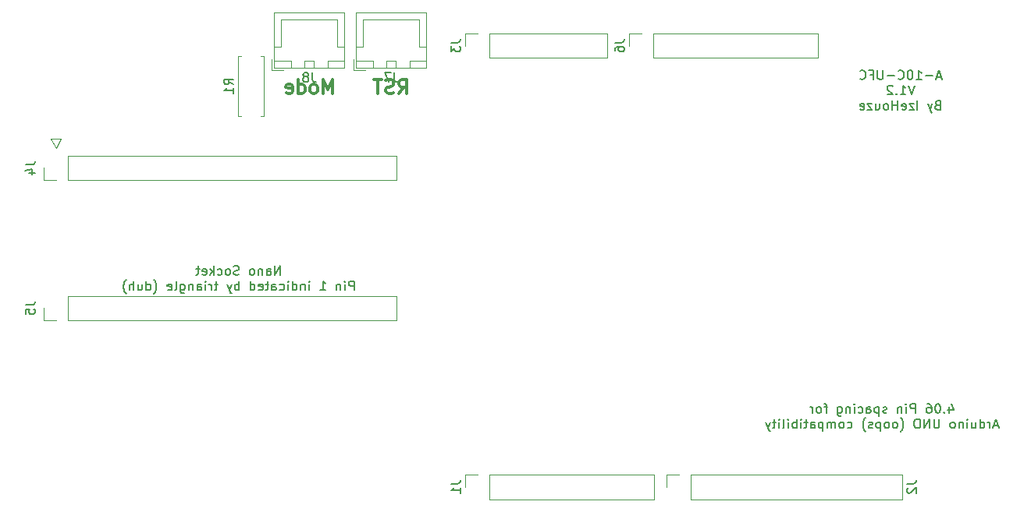
<source format=gbr>
G04 #@! TF.GenerationSoftware,KiCad,Pcbnew,(5.1.4)-1*
G04 #@! TF.CreationDate,2019-08-18T12:41:48-04:00*
G04 #@! TF.ProjectId,A-10C-UFC,412d3130-432d-4554-9643-2e6b69636164,1.2*
G04 #@! TF.SameCoordinates,Original*
G04 #@! TF.FileFunction,Legend,Bot*
G04 #@! TF.FilePolarity,Positive*
%FSLAX46Y46*%
G04 Gerber Fmt 4.6, Leading zero omitted, Abs format (unit mm)*
G04 Created by KiCad (PCBNEW (5.1.4)-1) date 2019-08-18 12:41:48*
%MOMM*%
%LPD*%
G04 APERTURE LIST*
%ADD10C,0.150000*%
%ADD11C,0.120000*%
%ADD12C,0.300000*%
G04 APERTURE END LIST*
D10*
X232795200Y-92032580D02*
X232795200Y-91032580D01*
X232223771Y-92032580D01*
X232223771Y-91032580D01*
X231319009Y-92032580D02*
X231319009Y-91508771D01*
X231366628Y-91413533D01*
X231461866Y-91365914D01*
X231652342Y-91365914D01*
X231747580Y-91413533D01*
X231319009Y-91984961D02*
X231414247Y-92032580D01*
X231652342Y-92032580D01*
X231747580Y-91984961D01*
X231795200Y-91889723D01*
X231795200Y-91794485D01*
X231747580Y-91699247D01*
X231652342Y-91651628D01*
X231414247Y-91651628D01*
X231319009Y-91604009D01*
X230842819Y-91365914D02*
X230842819Y-92032580D01*
X230842819Y-91461152D02*
X230795200Y-91413533D01*
X230699961Y-91365914D01*
X230557104Y-91365914D01*
X230461866Y-91413533D01*
X230414247Y-91508771D01*
X230414247Y-92032580D01*
X229795200Y-92032580D02*
X229890438Y-91984961D01*
X229938057Y-91937342D01*
X229985676Y-91842104D01*
X229985676Y-91556390D01*
X229938057Y-91461152D01*
X229890438Y-91413533D01*
X229795200Y-91365914D01*
X229652342Y-91365914D01*
X229557104Y-91413533D01*
X229509485Y-91461152D01*
X229461866Y-91556390D01*
X229461866Y-91842104D01*
X229509485Y-91937342D01*
X229557104Y-91984961D01*
X229652342Y-92032580D01*
X229795200Y-92032580D01*
X228319009Y-91984961D02*
X228176152Y-92032580D01*
X227938057Y-92032580D01*
X227842819Y-91984961D01*
X227795200Y-91937342D01*
X227747580Y-91842104D01*
X227747580Y-91746866D01*
X227795200Y-91651628D01*
X227842819Y-91604009D01*
X227938057Y-91556390D01*
X228128533Y-91508771D01*
X228223771Y-91461152D01*
X228271390Y-91413533D01*
X228319009Y-91318295D01*
X228319009Y-91223057D01*
X228271390Y-91127819D01*
X228223771Y-91080200D01*
X228128533Y-91032580D01*
X227890438Y-91032580D01*
X227747580Y-91080200D01*
X227176152Y-92032580D02*
X227271390Y-91984961D01*
X227319009Y-91937342D01*
X227366628Y-91842104D01*
X227366628Y-91556390D01*
X227319009Y-91461152D01*
X227271390Y-91413533D01*
X227176152Y-91365914D01*
X227033295Y-91365914D01*
X226938057Y-91413533D01*
X226890438Y-91461152D01*
X226842819Y-91556390D01*
X226842819Y-91842104D01*
X226890438Y-91937342D01*
X226938057Y-91984961D01*
X227033295Y-92032580D01*
X227176152Y-92032580D01*
X225985676Y-91984961D02*
X226080914Y-92032580D01*
X226271390Y-92032580D01*
X226366628Y-91984961D01*
X226414247Y-91937342D01*
X226461866Y-91842104D01*
X226461866Y-91556390D01*
X226414247Y-91461152D01*
X226366628Y-91413533D01*
X226271390Y-91365914D01*
X226080914Y-91365914D01*
X225985676Y-91413533D01*
X225557104Y-92032580D02*
X225557104Y-91032580D01*
X225461866Y-91651628D02*
X225176152Y-92032580D01*
X225176152Y-91365914D02*
X225557104Y-91746866D01*
X224366628Y-91984961D02*
X224461866Y-92032580D01*
X224652342Y-92032580D01*
X224747580Y-91984961D01*
X224795200Y-91889723D01*
X224795200Y-91508771D01*
X224747580Y-91413533D01*
X224652342Y-91365914D01*
X224461866Y-91365914D01*
X224366628Y-91413533D01*
X224319009Y-91508771D01*
X224319009Y-91604009D01*
X224795200Y-91699247D01*
X224033295Y-91365914D02*
X223652342Y-91365914D01*
X223890438Y-91032580D02*
X223890438Y-91889723D01*
X223842819Y-91984961D01*
X223747580Y-92032580D01*
X223652342Y-92032580D01*
X240795200Y-93682580D02*
X240795200Y-92682580D01*
X240414247Y-92682580D01*
X240319009Y-92730200D01*
X240271390Y-92777819D01*
X240223771Y-92873057D01*
X240223771Y-93015914D01*
X240271390Y-93111152D01*
X240319009Y-93158771D01*
X240414247Y-93206390D01*
X240795200Y-93206390D01*
X239795200Y-93682580D02*
X239795200Y-93015914D01*
X239795200Y-92682580D02*
X239842819Y-92730200D01*
X239795200Y-92777819D01*
X239747580Y-92730200D01*
X239795200Y-92682580D01*
X239795200Y-92777819D01*
X239319009Y-93015914D02*
X239319009Y-93682580D01*
X239319009Y-93111152D02*
X239271390Y-93063533D01*
X239176152Y-93015914D01*
X239033295Y-93015914D01*
X238938057Y-93063533D01*
X238890438Y-93158771D01*
X238890438Y-93682580D01*
X237128533Y-93682580D02*
X237699961Y-93682580D01*
X237414247Y-93682580D02*
X237414247Y-92682580D01*
X237509485Y-92825438D01*
X237604723Y-92920676D01*
X237699961Y-92968295D01*
X235938057Y-93682580D02*
X235938057Y-93015914D01*
X235938057Y-92682580D02*
X235985676Y-92730200D01*
X235938057Y-92777819D01*
X235890438Y-92730200D01*
X235938057Y-92682580D01*
X235938057Y-92777819D01*
X235461866Y-93015914D02*
X235461866Y-93682580D01*
X235461866Y-93111152D02*
X235414247Y-93063533D01*
X235319009Y-93015914D01*
X235176152Y-93015914D01*
X235080914Y-93063533D01*
X235033295Y-93158771D01*
X235033295Y-93682580D01*
X234128533Y-93682580D02*
X234128533Y-92682580D01*
X234128533Y-93634961D02*
X234223771Y-93682580D01*
X234414247Y-93682580D01*
X234509485Y-93634961D01*
X234557104Y-93587342D01*
X234604723Y-93492104D01*
X234604723Y-93206390D01*
X234557104Y-93111152D01*
X234509485Y-93063533D01*
X234414247Y-93015914D01*
X234223771Y-93015914D01*
X234128533Y-93063533D01*
X233652342Y-93682580D02*
X233652342Y-93015914D01*
X233652342Y-92682580D02*
X233699961Y-92730200D01*
X233652342Y-92777819D01*
X233604723Y-92730200D01*
X233652342Y-92682580D01*
X233652342Y-92777819D01*
X232747580Y-93634961D02*
X232842819Y-93682580D01*
X233033295Y-93682580D01*
X233128533Y-93634961D01*
X233176152Y-93587342D01*
X233223771Y-93492104D01*
X233223771Y-93206390D01*
X233176152Y-93111152D01*
X233128533Y-93063533D01*
X233033295Y-93015914D01*
X232842819Y-93015914D01*
X232747580Y-93063533D01*
X231890438Y-93682580D02*
X231890438Y-93158771D01*
X231938057Y-93063533D01*
X232033295Y-93015914D01*
X232223771Y-93015914D01*
X232319009Y-93063533D01*
X231890438Y-93634961D02*
X231985676Y-93682580D01*
X232223771Y-93682580D01*
X232319009Y-93634961D01*
X232366628Y-93539723D01*
X232366628Y-93444485D01*
X232319009Y-93349247D01*
X232223771Y-93301628D01*
X231985676Y-93301628D01*
X231890438Y-93254009D01*
X231557104Y-93015914D02*
X231176152Y-93015914D01*
X231414247Y-92682580D02*
X231414247Y-93539723D01*
X231366628Y-93634961D01*
X231271390Y-93682580D01*
X231176152Y-93682580D01*
X230461866Y-93634961D02*
X230557104Y-93682580D01*
X230747580Y-93682580D01*
X230842819Y-93634961D01*
X230890438Y-93539723D01*
X230890438Y-93158771D01*
X230842819Y-93063533D01*
X230747580Y-93015914D01*
X230557104Y-93015914D01*
X230461866Y-93063533D01*
X230414247Y-93158771D01*
X230414247Y-93254009D01*
X230890438Y-93349247D01*
X229557104Y-93682580D02*
X229557104Y-92682580D01*
X229557104Y-93634961D02*
X229652342Y-93682580D01*
X229842819Y-93682580D01*
X229938057Y-93634961D01*
X229985676Y-93587342D01*
X230033295Y-93492104D01*
X230033295Y-93206390D01*
X229985676Y-93111152D01*
X229938057Y-93063533D01*
X229842819Y-93015914D01*
X229652342Y-93015914D01*
X229557104Y-93063533D01*
X228319009Y-93682580D02*
X228319009Y-92682580D01*
X228319009Y-93063533D02*
X228223771Y-93015914D01*
X228033295Y-93015914D01*
X227938057Y-93063533D01*
X227890438Y-93111152D01*
X227842819Y-93206390D01*
X227842819Y-93492104D01*
X227890438Y-93587342D01*
X227938057Y-93634961D01*
X228033295Y-93682580D01*
X228223771Y-93682580D01*
X228319009Y-93634961D01*
X227509485Y-93015914D02*
X227271390Y-93682580D01*
X227033295Y-93015914D02*
X227271390Y-93682580D01*
X227366628Y-93920676D01*
X227414247Y-93968295D01*
X227509485Y-94015914D01*
X226033295Y-93015914D02*
X225652342Y-93015914D01*
X225890438Y-92682580D02*
X225890438Y-93539723D01*
X225842819Y-93634961D01*
X225747580Y-93682580D01*
X225652342Y-93682580D01*
X225319009Y-93682580D02*
X225319009Y-93015914D01*
X225319009Y-93206390D02*
X225271390Y-93111152D01*
X225223771Y-93063533D01*
X225128533Y-93015914D01*
X225033295Y-93015914D01*
X224699961Y-93682580D02*
X224699961Y-93015914D01*
X224699961Y-92682580D02*
X224747580Y-92730200D01*
X224699961Y-92777819D01*
X224652342Y-92730200D01*
X224699961Y-92682580D01*
X224699961Y-92777819D01*
X223795200Y-93682580D02*
X223795200Y-93158771D01*
X223842819Y-93063533D01*
X223938057Y-93015914D01*
X224128533Y-93015914D01*
X224223771Y-93063533D01*
X223795200Y-93634961D02*
X223890438Y-93682580D01*
X224128533Y-93682580D01*
X224223771Y-93634961D01*
X224271390Y-93539723D01*
X224271390Y-93444485D01*
X224223771Y-93349247D01*
X224128533Y-93301628D01*
X223890438Y-93301628D01*
X223795200Y-93254009D01*
X223319009Y-93015914D02*
X223319009Y-93682580D01*
X223319009Y-93111152D02*
X223271390Y-93063533D01*
X223176152Y-93015914D01*
X223033295Y-93015914D01*
X222938057Y-93063533D01*
X222890438Y-93158771D01*
X222890438Y-93682580D01*
X221985676Y-93015914D02*
X221985676Y-93825438D01*
X222033295Y-93920676D01*
X222080914Y-93968295D01*
X222176152Y-94015914D01*
X222319009Y-94015914D01*
X222414247Y-93968295D01*
X221985676Y-93634961D02*
X222080914Y-93682580D01*
X222271390Y-93682580D01*
X222366628Y-93634961D01*
X222414247Y-93587342D01*
X222461866Y-93492104D01*
X222461866Y-93206390D01*
X222414247Y-93111152D01*
X222366628Y-93063533D01*
X222271390Y-93015914D01*
X222080914Y-93015914D01*
X221985676Y-93063533D01*
X221366628Y-93682580D02*
X221461866Y-93634961D01*
X221509485Y-93539723D01*
X221509485Y-92682580D01*
X220604723Y-93634961D02*
X220699961Y-93682580D01*
X220890438Y-93682580D01*
X220985676Y-93634961D01*
X221033295Y-93539723D01*
X221033295Y-93158771D01*
X220985676Y-93063533D01*
X220890438Y-93015914D01*
X220699961Y-93015914D01*
X220604723Y-93063533D01*
X220557104Y-93158771D01*
X220557104Y-93254009D01*
X221033295Y-93349247D01*
X219080914Y-94063533D02*
X219128533Y-94015914D01*
X219223771Y-93873057D01*
X219271390Y-93777819D01*
X219319009Y-93634961D01*
X219366628Y-93396866D01*
X219366628Y-93206390D01*
X219319009Y-92968295D01*
X219271390Y-92825438D01*
X219223771Y-92730200D01*
X219128533Y-92587342D01*
X219080914Y-92539723D01*
X218271390Y-93682580D02*
X218271390Y-92682580D01*
X218271390Y-93634961D02*
X218366628Y-93682580D01*
X218557104Y-93682580D01*
X218652342Y-93634961D01*
X218699961Y-93587342D01*
X218747580Y-93492104D01*
X218747580Y-93206390D01*
X218699961Y-93111152D01*
X218652342Y-93063533D01*
X218557104Y-93015914D01*
X218366628Y-93015914D01*
X218271390Y-93063533D01*
X217366628Y-93015914D02*
X217366628Y-93682580D01*
X217795200Y-93015914D02*
X217795200Y-93539723D01*
X217747580Y-93634961D01*
X217652342Y-93682580D01*
X217509485Y-93682580D01*
X217414247Y-93634961D01*
X217366628Y-93587342D01*
X216890438Y-93682580D02*
X216890438Y-92682580D01*
X216461866Y-93682580D02*
X216461866Y-93158771D01*
X216509485Y-93063533D01*
X216604723Y-93015914D01*
X216747580Y-93015914D01*
X216842819Y-93063533D01*
X216890438Y-93111152D01*
X216080914Y-94063533D02*
X216033295Y-94015914D01*
X215938057Y-93873057D01*
X215890438Y-93777819D01*
X215842819Y-93634961D01*
X215795200Y-93396866D01*
X215795200Y-93206390D01*
X215842819Y-92968295D01*
X215890438Y-92825438D01*
X215938057Y-92730200D01*
X216033295Y-92587342D01*
X216080914Y-92539723D01*
D11*
X209042000Y-77241400D02*
X208534000Y-78257400D01*
X207899000Y-77241400D02*
X209042000Y-77241400D01*
X208534000Y-78257400D02*
X207899000Y-77241400D01*
D12*
X238466000Y-72306571D02*
X238466000Y-70806571D01*
X237966000Y-71878000D01*
X237466000Y-70806571D01*
X237466000Y-72306571D01*
X236537428Y-72306571D02*
X236680285Y-72235142D01*
X236751714Y-72163714D01*
X236823142Y-72020857D01*
X236823142Y-71592285D01*
X236751714Y-71449428D01*
X236680285Y-71378000D01*
X236537428Y-71306571D01*
X236323142Y-71306571D01*
X236180285Y-71378000D01*
X236108857Y-71449428D01*
X236037428Y-71592285D01*
X236037428Y-72020857D01*
X236108857Y-72163714D01*
X236180285Y-72235142D01*
X236323142Y-72306571D01*
X236537428Y-72306571D01*
X234751714Y-72306571D02*
X234751714Y-70806571D01*
X234751714Y-72235142D02*
X234894571Y-72306571D01*
X235180285Y-72306571D01*
X235323142Y-72235142D01*
X235394571Y-72163714D01*
X235466000Y-72020857D01*
X235466000Y-71592285D01*
X235394571Y-71449428D01*
X235323142Y-71378000D01*
X235180285Y-71306571D01*
X234894571Y-71306571D01*
X234751714Y-71378000D01*
X233466000Y-72235142D02*
X233608857Y-72306571D01*
X233894571Y-72306571D01*
X234037428Y-72235142D01*
X234108857Y-72092285D01*
X234108857Y-71520857D01*
X234037428Y-71378000D01*
X233894571Y-71306571D01*
X233608857Y-71306571D01*
X233466000Y-71378000D01*
X233394571Y-71520857D01*
X233394571Y-71663714D01*
X234108857Y-71806571D01*
X245677428Y-72306571D02*
X246177428Y-71592285D01*
X246534571Y-72306571D02*
X246534571Y-70806571D01*
X245963142Y-70806571D01*
X245820285Y-70878000D01*
X245748857Y-70949428D01*
X245677428Y-71092285D01*
X245677428Y-71306571D01*
X245748857Y-71449428D01*
X245820285Y-71520857D01*
X245963142Y-71592285D01*
X246534571Y-71592285D01*
X245106000Y-72235142D02*
X244891714Y-72306571D01*
X244534571Y-72306571D01*
X244391714Y-72235142D01*
X244320285Y-72163714D01*
X244248857Y-72020857D01*
X244248857Y-71878000D01*
X244320285Y-71735142D01*
X244391714Y-71663714D01*
X244534571Y-71592285D01*
X244820285Y-71520857D01*
X244963142Y-71449428D01*
X245034571Y-71378000D01*
X245106000Y-71235142D01*
X245106000Y-71092285D01*
X245034571Y-70949428D01*
X244963142Y-70878000D01*
X244820285Y-70806571D01*
X244463142Y-70806571D01*
X244248857Y-70878000D01*
X243820285Y-70806571D02*
X242963142Y-70806571D01*
X243391714Y-72306571D02*
X243391714Y-70806571D01*
D10*
X305356304Y-106351914D02*
X305356304Y-107018580D01*
X305594400Y-105970961D02*
X305832495Y-106685247D01*
X305213447Y-106685247D01*
X304832495Y-106923342D02*
X304784876Y-106970961D01*
X304832495Y-107018580D01*
X304880114Y-106970961D01*
X304832495Y-106923342D01*
X304832495Y-107018580D01*
X304165828Y-106018580D02*
X304070590Y-106018580D01*
X303975352Y-106066200D01*
X303927733Y-106113819D01*
X303880114Y-106209057D01*
X303832495Y-106399533D01*
X303832495Y-106637628D01*
X303880114Y-106828104D01*
X303927733Y-106923342D01*
X303975352Y-106970961D01*
X304070590Y-107018580D01*
X304165828Y-107018580D01*
X304261066Y-106970961D01*
X304308685Y-106923342D01*
X304356304Y-106828104D01*
X304403923Y-106637628D01*
X304403923Y-106399533D01*
X304356304Y-106209057D01*
X304308685Y-106113819D01*
X304261066Y-106066200D01*
X304165828Y-106018580D01*
X302975352Y-106018580D02*
X303165828Y-106018580D01*
X303261066Y-106066200D01*
X303308685Y-106113819D01*
X303403923Y-106256676D01*
X303451542Y-106447152D01*
X303451542Y-106828104D01*
X303403923Y-106923342D01*
X303356304Y-106970961D01*
X303261066Y-107018580D01*
X303070590Y-107018580D01*
X302975352Y-106970961D01*
X302927733Y-106923342D01*
X302880114Y-106828104D01*
X302880114Y-106590009D01*
X302927733Y-106494771D01*
X302975352Y-106447152D01*
X303070590Y-106399533D01*
X303261066Y-106399533D01*
X303356304Y-106447152D01*
X303403923Y-106494771D01*
X303451542Y-106590009D01*
X301689638Y-107018580D02*
X301689638Y-106018580D01*
X301308685Y-106018580D01*
X301213447Y-106066200D01*
X301165828Y-106113819D01*
X301118209Y-106209057D01*
X301118209Y-106351914D01*
X301165828Y-106447152D01*
X301213447Y-106494771D01*
X301308685Y-106542390D01*
X301689638Y-106542390D01*
X300689638Y-107018580D02*
X300689638Y-106351914D01*
X300689638Y-106018580D02*
X300737257Y-106066200D01*
X300689638Y-106113819D01*
X300642019Y-106066200D01*
X300689638Y-106018580D01*
X300689638Y-106113819D01*
X300213447Y-106351914D02*
X300213447Y-107018580D01*
X300213447Y-106447152D02*
X300165828Y-106399533D01*
X300070590Y-106351914D01*
X299927733Y-106351914D01*
X299832495Y-106399533D01*
X299784876Y-106494771D01*
X299784876Y-107018580D01*
X298594400Y-106970961D02*
X298499161Y-107018580D01*
X298308685Y-107018580D01*
X298213447Y-106970961D01*
X298165828Y-106875723D01*
X298165828Y-106828104D01*
X298213447Y-106732866D01*
X298308685Y-106685247D01*
X298451542Y-106685247D01*
X298546780Y-106637628D01*
X298594400Y-106542390D01*
X298594400Y-106494771D01*
X298546780Y-106399533D01*
X298451542Y-106351914D01*
X298308685Y-106351914D01*
X298213447Y-106399533D01*
X297737257Y-106351914D02*
X297737257Y-107351914D01*
X297737257Y-106399533D02*
X297642019Y-106351914D01*
X297451542Y-106351914D01*
X297356304Y-106399533D01*
X297308685Y-106447152D01*
X297261066Y-106542390D01*
X297261066Y-106828104D01*
X297308685Y-106923342D01*
X297356304Y-106970961D01*
X297451542Y-107018580D01*
X297642019Y-107018580D01*
X297737257Y-106970961D01*
X296403923Y-107018580D02*
X296403923Y-106494771D01*
X296451542Y-106399533D01*
X296546780Y-106351914D01*
X296737257Y-106351914D01*
X296832495Y-106399533D01*
X296403923Y-106970961D02*
X296499161Y-107018580D01*
X296737257Y-107018580D01*
X296832495Y-106970961D01*
X296880114Y-106875723D01*
X296880114Y-106780485D01*
X296832495Y-106685247D01*
X296737257Y-106637628D01*
X296499161Y-106637628D01*
X296403923Y-106590009D01*
X295499161Y-106970961D02*
X295594400Y-107018580D01*
X295784876Y-107018580D01*
X295880114Y-106970961D01*
X295927733Y-106923342D01*
X295975352Y-106828104D01*
X295975352Y-106542390D01*
X295927733Y-106447152D01*
X295880114Y-106399533D01*
X295784876Y-106351914D01*
X295594400Y-106351914D01*
X295499161Y-106399533D01*
X295070590Y-107018580D02*
X295070590Y-106351914D01*
X295070590Y-106018580D02*
X295118209Y-106066200D01*
X295070590Y-106113819D01*
X295022971Y-106066200D01*
X295070590Y-106018580D01*
X295070590Y-106113819D01*
X294594400Y-106351914D02*
X294594400Y-107018580D01*
X294594400Y-106447152D02*
X294546780Y-106399533D01*
X294451542Y-106351914D01*
X294308685Y-106351914D01*
X294213447Y-106399533D01*
X294165828Y-106494771D01*
X294165828Y-107018580D01*
X293261066Y-106351914D02*
X293261066Y-107161438D01*
X293308685Y-107256676D01*
X293356304Y-107304295D01*
X293451542Y-107351914D01*
X293594400Y-107351914D01*
X293689638Y-107304295D01*
X293261066Y-106970961D02*
X293356304Y-107018580D01*
X293546780Y-107018580D01*
X293642019Y-106970961D01*
X293689638Y-106923342D01*
X293737257Y-106828104D01*
X293737257Y-106542390D01*
X293689638Y-106447152D01*
X293642019Y-106399533D01*
X293546780Y-106351914D01*
X293356304Y-106351914D01*
X293261066Y-106399533D01*
X292165828Y-106351914D02*
X291784876Y-106351914D01*
X292022971Y-107018580D02*
X292022971Y-106161438D01*
X291975352Y-106066200D01*
X291880114Y-106018580D01*
X291784876Y-106018580D01*
X291308685Y-107018580D02*
X291403923Y-106970961D01*
X291451542Y-106923342D01*
X291499161Y-106828104D01*
X291499161Y-106542390D01*
X291451542Y-106447152D01*
X291403923Y-106399533D01*
X291308685Y-106351914D01*
X291165828Y-106351914D01*
X291070590Y-106399533D01*
X291022971Y-106447152D01*
X290975352Y-106542390D01*
X290975352Y-106828104D01*
X291022971Y-106923342D01*
X291070590Y-106970961D01*
X291165828Y-107018580D01*
X291308685Y-107018580D01*
X290546780Y-107018580D02*
X290546780Y-106351914D01*
X290546780Y-106542390D02*
X290499161Y-106447152D01*
X290451542Y-106399533D01*
X290356304Y-106351914D01*
X290261066Y-106351914D01*
X310665828Y-108382866D02*
X310189638Y-108382866D01*
X310761066Y-108668580D02*
X310427733Y-107668580D01*
X310094400Y-108668580D01*
X309761066Y-108668580D02*
X309761066Y-108001914D01*
X309761066Y-108192390D02*
X309713447Y-108097152D01*
X309665828Y-108049533D01*
X309570590Y-108001914D01*
X309475352Y-108001914D01*
X308713447Y-108668580D02*
X308713447Y-107668580D01*
X308713447Y-108620961D02*
X308808685Y-108668580D01*
X308999161Y-108668580D01*
X309094400Y-108620961D01*
X309142019Y-108573342D01*
X309189638Y-108478104D01*
X309189638Y-108192390D01*
X309142019Y-108097152D01*
X309094400Y-108049533D01*
X308999161Y-108001914D01*
X308808685Y-108001914D01*
X308713447Y-108049533D01*
X307808685Y-108001914D02*
X307808685Y-108668580D01*
X308237257Y-108001914D02*
X308237257Y-108525723D01*
X308189638Y-108620961D01*
X308094400Y-108668580D01*
X307951542Y-108668580D01*
X307856304Y-108620961D01*
X307808685Y-108573342D01*
X307332495Y-108668580D02*
X307332495Y-108001914D01*
X307332495Y-107668580D02*
X307380114Y-107716200D01*
X307332495Y-107763819D01*
X307284876Y-107716200D01*
X307332495Y-107668580D01*
X307332495Y-107763819D01*
X306856304Y-108001914D02*
X306856304Y-108668580D01*
X306856304Y-108097152D02*
X306808685Y-108049533D01*
X306713447Y-108001914D01*
X306570590Y-108001914D01*
X306475352Y-108049533D01*
X306427733Y-108144771D01*
X306427733Y-108668580D01*
X305808685Y-108668580D02*
X305903923Y-108620961D01*
X305951542Y-108573342D01*
X305999161Y-108478104D01*
X305999161Y-108192390D01*
X305951542Y-108097152D01*
X305903923Y-108049533D01*
X305808685Y-108001914D01*
X305665828Y-108001914D01*
X305570590Y-108049533D01*
X305522971Y-108097152D01*
X305475352Y-108192390D01*
X305475352Y-108478104D01*
X305522971Y-108573342D01*
X305570590Y-108620961D01*
X305665828Y-108668580D01*
X305808685Y-108668580D01*
X304284876Y-107668580D02*
X304284876Y-108478104D01*
X304237257Y-108573342D01*
X304189638Y-108620961D01*
X304094400Y-108668580D01*
X303903923Y-108668580D01*
X303808685Y-108620961D01*
X303761066Y-108573342D01*
X303713447Y-108478104D01*
X303713447Y-107668580D01*
X303237257Y-108668580D02*
X303237257Y-107668580D01*
X302665828Y-108668580D01*
X302665828Y-107668580D01*
X301999161Y-107668580D02*
X301808685Y-107668580D01*
X301713447Y-107716200D01*
X301618209Y-107811438D01*
X301570590Y-108001914D01*
X301570590Y-108335247D01*
X301618209Y-108525723D01*
X301713447Y-108620961D01*
X301808685Y-108668580D01*
X301999161Y-108668580D01*
X302094400Y-108620961D01*
X302189638Y-108525723D01*
X302237257Y-108335247D01*
X302237257Y-108001914D01*
X302189638Y-107811438D01*
X302094400Y-107716200D01*
X301999161Y-107668580D01*
X300094400Y-109049533D02*
X300142019Y-109001914D01*
X300237257Y-108859057D01*
X300284876Y-108763819D01*
X300332495Y-108620961D01*
X300380114Y-108382866D01*
X300380114Y-108192390D01*
X300332495Y-107954295D01*
X300284876Y-107811438D01*
X300237257Y-107716200D01*
X300142019Y-107573342D01*
X300094400Y-107525723D01*
X299570590Y-108668580D02*
X299665828Y-108620961D01*
X299713447Y-108573342D01*
X299761066Y-108478104D01*
X299761066Y-108192390D01*
X299713447Y-108097152D01*
X299665828Y-108049533D01*
X299570590Y-108001914D01*
X299427733Y-108001914D01*
X299332495Y-108049533D01*
X299284876Y-108097152D01*
X299237257Y-108192390D01*
X299237257Y-108478104D01*
X299284876Y-108573342D01*
X299332495Y-108620961D01*
X299427733Y-108668580D01*
X299570590Y-108668580D01*
X298665828Y-108668580D02*
X298761066Y-108620961D01*
X298808685Y-108573342D01*
X298856304Y-108478104D01*
X298856304Y-108192390D01*
X298808685Y-108097152D01*
X298761066Y-108049533D01*
X298665828Y-108001914D01*
X298522971Y-108001914D01*
X298427733Y-108049533D01*
X298380114Y-108097152D01*
X298332495Y-108192390D01*
X298332495Y-108478104D01*
X298380114Y-108573342D01*
X298427733Y-108620961D01*
X298522971Y-108668580D01*
X298665828Y-108668580D01*
X297903923Y-108001914D02*
X297903923Y-109001914D01*
X297903923Y-108049533D02*
X297808685Y-108001914D01*
X297618209Y-108001914D01*
X297522971Y-108049533D01*
X297475352Y-108097152D01*
X297427733Y-108192390D01*
X297427733Y-108478104D01*
X297475352Y-108573342D01*
X297522971Y-108620961D01*
X297618209Y-108668580D01*
X297808685Y-108668580D01*
X297903923Y-108620961D01*
X297046780Y-108620961D02*
X296951542Y-108668580D01*
X296761066Y-108668580D01*
X296665828Y-108620961D01*
X296618209Y-108525723D01*
X296618209Y-108478104D01*
X296665828Y-108382866D01*
X296761066Y-108335247D01*
X296903923Y-108335247D01*
X296999161Y-108287628D01*
X297046780Y-108192390D01*
X297046780Y-108144771D01*
X296999161Y-108049533D01*
X296903923Y-108001914D01*
X296761066Y-108001914D01*
X296665828Y-108049533D01*
X296284876Y-109049533D02*
X296237257Y-109001914D01*
X296142019Y-108859057D01*
X296094400Y-108763819D01*
X296046780Y-108620961D01*
X295999161Y-108382866D01*
X295999161Y-108192390D01*
X296046780Y-107954295D01*
X296094400Y-107811438D01*
X296142019Y-107716200D01*
X296237257Y-107573342D01*
X296284876Y-107525723D01*
X294332495Y-108620961D02*
X294427733Y-108668580D01*
X294618209Y-108668580D01*
X294713447Y-108620961D01*
X294761066Y-108573342D01*
X294808685Y-108478104D01*
X294808685Y-108192390D01*
X294761066Y-108097152D01*
X294713447Y-108049533D01*
X294618209Y-108001914D01*
X294427733Y-108001914D01*
X294332495Y-108049533D01*
X293761066Y-108668580D02*
X293856304Y-108620961D01*
X293903923Y-108573342D01*
X293951542Y-108478104D01*
X293951542Y-108192390D01*
X293903923Y-108097152D01*
X293856304Y-108049533D01*
X293761066Y-108001914D01*
X293618209Y-108001914D01*
X293522971Y-108049533D01*
X293475352Y-108097152D01*
X293427733Y-108192390D01*
X293427733Y-108478104D01*
X293475352Y-108573342D01*
X293522971Y-108620961D01*
X293618209Y-108668580D01*
X293761066Y-108668580D01*
X292999161Y-108668580D02*
X292999161Y-108001914D01*
X292999161Y-108097152D02*
X292951542Y-108049533D01*
X292856304Y-108001914D01*
X292713447Y-108001914D01*
X292618209Y-108049533D01*
X292570590Y-108144771D01*
X292570590Y-108668580D01*
X292570590Y-108144771D02*
X292522971Y-108049533D01*
X292427733Y-108001914D01*
X292284876Y-108001914D01*
X292189638Y-108049533D01*
X292142019Y-108144771D01*
X292142019Y-108668580D01*
X291665828Y-108001914D02*
X291665828Y-109001914D01*
X291665828Y-108049533D02*
X291570590Y-108001914D01*
X291380114Y-108001914D01*
X291284876Y-108049533D01*
X291237257Y-108097152D01*
X291189638Y-108192390D01*
X291189638Y-108478104D01*
X291237257Y-108573342D01*
X291284876Y-108620961D01*
X291380114Y-108668580D01*
X291570590Y-108668580D01*
X291665828Y-108620961D01*
X290332495Y-108668580D02*
X290332495Y-108144771D01*
X290380114Y-108049533D01*
X290475352Y-108001914D01*
X290665828Y-108001914D01*
X290761066Y-108049533D01*
X290332495Y-108620961D02*
X290427733Y-108668580D01*
X290665828Y-108668580D01*
X290761066Y-108620961D01*
X290808685Y-108525723D01*
X290808685Y-108430485D01*
X290761066Y-108335247D01*
X290665828Y-108287628D01*
X290427733Y-108287628D01*
X290332495Y-108240009D01*
X289999161Y-108001914D02*
X289618209Y-108001914D01*
X289856304Y-107668580D02*
X289856304Y-108525723D01*
X289808685Y-108620961D01*
X289713447Y-108668580D01*
X289618209Y-108668580D01*
X289284876Y-108668580D02*
X289284876Y-108001914D01*
X289284876Y-107668580D02*
X289332495Y-107716200D01*
X289284876Y-107763819D01*
X289237257Y-107716200D01*
X289284876Y-107668580D01*
X289284876Y-107763819D01*
X288808685Y-108668580D02*
X288808685Y-107668580D01*
X288808685Y-108049533D02*
X288713447Y-108001914D01*
X288522971Y-108001914D01*
X288427733Y-108049533D01*
X288380114Y-108097152D01*
X288332495Y-108192390D01*
X288332495Y-108478104D01*
X288380114Y-108573342D01*
X288427733Y-108620961D01*
X288522971Y-108668580D01*
X288713447Y-108668580D01*
X288808685Y-108620961D01*
X287903923Y-108668580D02*
X287903923Y-108001914D01*
X287903923Y-107668580D02*
X287951542Y-107716200D01*
X287903923Y-107763819D01*
X287856304Y-107716200D01*
X287903923Y-107668580D01*
X287903923Y-107763819D01*
X287284876Y-108668580D02*
X287380114Y-108620961D01*
X287427733Y-108525723D01*
X287427733Y-107668580D01*
X286903923Y-108668580D02*
X286903923Y-108001914D01*
X286903923Y-107668580D02*
X286951542Y-107716200D01*
X286903923Y-107763819D01*
X286856304Y-107716200D01*
X286903923Y-107668580D01*
X286903923Y-107763819D01*
X286570590Y-108001914D02*
X286189638Y-108001914D01*
X286427733Y-107668580D02*
X286427733Y-108525723D01*
X286380114Y-108620961D01*
X286284876Y-108668580D01*
X286189638Y-108668580D01*
X285951542Y-108001914D02*
X285713447Y-108668580D01*
X285475352Y-108001914D02*
X285713447Y-108668580D01*
X285808685Y-108906676D01*
X285856304Y-108954295D01*
X285951542Y-109001914D01*
X304456552Y-70500266D02*
X303980361Y-70500266D01*
X304551790Y-70785980D02*
X304218457Y-69785980D01*
X303885123Y-70785980D01*
X303551790Y-70405028D02*
X302789885Y-70405028D01*
X301789885Y-70785980D02*
X302361314Y-70785980D01*
X302075600Y-70785980D02*
X302075600Y-69785980D01*
X302170838Y-69928838D01*
X302266076Y-70024076D01*
X302361314Y-70071695D01*
X301170838Y-69785980D02*
X301075600Y-69785980D01*
X300980361Y-69833600D01*
X300932742Y-69881219D01*
X300885123Y-69976457D01*
X300837504Y-70166933D01*
X300837504Y-70405028D01*
X300885123Y-70595504D01*
X300932742Y-70690742D01*
X300980361Y-70738361D01*
X301075600Y-70785980D01*
X301170838Y-70785980D01*
X301266076Y-70738361D01*
X301313695Y-70690742D01*
X301361314Y-70595504D01*
X301408933Y-70405028D01*
X301408933Y-70166933D01*
X301361314Y-69976457D01*
X301313695Y-69881219D01*
X301266076Y-69833600D01*
X301170838Y-69785980D01*
X299837504Y-70690742D02*
X299885123Y-70738361D01*
X300027980Y-70785980D01*
X300123219Y-70785980D01*
X300266076Y-70738361D01*
X300361314Y-70643123D01*
X300408933Y-70547885D01*
X300456552Y-70357409D01*
X300456552Y-70214552D01*
X300408933Y-70024076D01*
X300361314Y-69928838D01*
X300266076Y-69833600D01*
X300123219Y-69785980D01*
X300027980Y-69785980D01*
X299885123Y-69833600D01*
X299837504Y-69881219D01*
X299408933Y-70405028D02*
X298647028Y-70405028D01*
X298170838Y-69785980D02*
X298170838Y-70595504D01*
X298123219Y-70690742D01*
X298075600Y-70738361D01*
X297980361Y-70785980D01*
X297789885Y-70785980D01*
X297694647Y-70738361D01*
X297647028Y-70690742D01*
X297599409Y-70595504D01*
X297599409Y-69785980D01*
X296789885Y-70262171D02*
X297123219Y-70262171D01*
X297123219Y-70785980D02*
X297123219Y-69785980D01*
X296647028Y-69785980D01*
X295694647Y-70690742D02*
X295742266Y-70738361D01*
X295885123Y-70785980D01*
X295980361Y-70785980D01*
X296123219Y-70738361D01*
X296218457Y-70643123D01*
X296266076Y-70547885D01*
X296313695Y-70357409D01*
X296313695Y-70214552D01*
X296266076Y-70024076D01*
X296218457Y-69928838D01*
X296123219Y-69833600D01*
X295980361Y-69785980D01*
X295885123Y-69785980D01*
X295742266Y-69833600D01*
X295694647Y-69881219D01*
X301599409Y-71435980D02*
X301266076Y-72435980D01*
X300932742Y-71435980D01*
X300075600Y-72435980D02*
X300647028Y-72435980D01*
X300361314Y-72435980D02*
X300361314Y-71435980D01*
X300456552Y-71578838D01*
X300551790Y-71674076D01*
X300647028Y-71721695D01*
X299647028Y-72340742D02*
X299599409Y-72388361D01*
X299647028Y-72435980D01*
X299694647Y-72388361D01*
X299647028Y-72340742D01*
X299647028Y-72435980D01*
X299218457Y-71531219D02*
X299170838Y-71483600D01*
X299075600Y-71435980D01*
X298837504Y-71435980D01*
X298742266Y-71483600D01*
X298694647Y-71531219D01*
X298647028Y-71626457D01*
X298647028Y-71721695D01*
X298694647Y-71864552D01*
X299266076Y-72435980D01*
X298647028Y-72435980D01*
X304099409Y-73562171D02*
X303956552Y-73609790D01*
X303908933Y-73657409D01*
X303861314Y-73752647D01*
X303861314Y-73895504D01*
X303908933Y-73990742D01*
X303956552Y-74038361D01*
X304051790Y-74085980D01*
X304432742Y-74085980D01*
X304432742Y-73085980D01*
X304099409Y-73085980D01*
X304004171Y-73133600D01*
X303956552Y-73181219D01*
X303908933Y-73276457D01*
X303908933Y-73371695D01*
X303956552Y-73466933D01*
X304004171Y-73514552D01*
X304099409Y-73562171D01*
X304432742Y-73562171D01*
X303527980Y-73419314D02*
X303289885Y-74085980D01*
X303051790Y-73419314D02*
X303289885Y-74085980D01*
X303385123Y-74324076D01*
X303432742Y-74371695D01*
X303527980Y-74419314D01*
X301908933Y-74085980D02*
X301908933Y-73085980D01*
X301527980Y-73419314D02*
X301004171Y-73419314D01*
X301527980Y-74085980D01*
X301004171Y-74085980D01*
X300242266Y-74038361D02*
X300337504Y-74085980D01*
X300527980Y-74085980D01*
X300623219Y-74038361D01*
X300670838Y-73943123D01*
X300670838Y-73562171D01*
X300623219Y-73466933D01*
X300527980Y-73419314D01*
X300337504Y-73419314D01*
X300242266Y-73466933D01*
X300194647Y-73562171D01*
X300194647Y-73657409D01*
X300670838Y-73752647D01*
X299766076Y-74085980D02*
X299766076Y-73085980D01*
X299766076Y-73562171D02*
X299194647Y-73562171D01*
X299194647Y-74085980D02*
X299194647Y-73085980D01*
X298575600Y-74085980D02*
X298670838Y-74038361D01*
X298718457Y-73990742D01*
X298766076Y-73895504D01*
X298766076Y-73609790D01*
X298718457Y-73514552D01*
X298670838Y-73466933D01*
X298575600Y-73419314D01*
X298432742Y-73419314D01*
X298337504Y-73466933D01*
X298289885Y-73514552D01*
X298242266Y-73609790D01*
X298242266Y-73895504D01*
X298289885Y-73990742D01*
X298337504Y-74038361D01*
X298432742Y-74085980D01*
X298575600Y-74085980D01*
X297385123Y-73419314D02*
X297385123Y-74085980D01*
X297813695Y-73419314D02*
X297813695Y-73943123D01*
X297766076Y-74038361D01*
X297670838Y-74085980D01*
X297527980Y-74085980D01*
X297432742Y-74038361D01*
X297385123Y-73990742D01*
X297004171Y-73419314D02*
X296480361Y-73419314D01*
X297004171Y-74085980D01*
X296480361Y-74085980D01*
X295718457Y-74038361D02*
X295813695Y-74085980D01*
X296004171Y-74085980D01*
X296099409Y-74038361D01*
X296147028Y-73943123D01*
X296147028Y-73562171D01*
X296099409Y-73466933D01*
X296004171Y-73419314D01*
X295813695Y-73419314D01*
X295718457Y-73466933D01*
X295670838Y-73562171D01*
X295670838Y-73657409D01*
X296147028Y-73752647D01*
D11*
X300237000Y-113732000D02*
X300237000Y-116392000D01*
X277317000Y-113732000D02*
X300237000Y-113732000D01*
X277317000Y-116392000D02*
X300237000Y-116392000D01*
X277317000Y-113732000D02*
X277317000Y-116392000D01*
X276047000Y-113732000D02*
X274717000Y-113732000D01*
X274717000Y-113732000D02*
X274717000Y-115062000D01*
X268233000Y-65776800D02*
X268233000Y-68436800D01*
X255473000Y-65776800D02*
X268233000Y-65776800D01*
X255473000Y-68436800D02*
X268233000Y-68436800D01*
X255473000Y-65776800D02*
X255473000Y-68436800D01*
X254203000Y-65776800D02*
X252873000Y-65776800D01*
X252873000Y-65776800D02*
X252873000Y-67106800D01*
X228576000Y-68231000D02*
X228246000Y-68231000D01*
X228246000Y-68231000D02*
X228246000Y-74771000D01*
X228246000Y-74771000D02*
X228576000Y-74771000D01*
X230656000Y-68231000D02*
X230986000Y-68231000D01*
X230986000Y-68231000D02*
X230986000Y-74771000D01*
X230986000Y-74771000D02*
X230656000Y-74771000D01*
X273313000Y-113732000D02*
X273313000Y-116392000D01*
X255473000Y-113732000D02*
X273313000Y-113732000D01*
X255473000Y-116392000D02*
X273313000Y-116392000D01*
X255473000Y-113732000D02*
X255473000Y-116392000D01*
X254203000Y-113732000D02*
X252873000Y-113732000D01*
X252873000Y-113732000D02*
X252873000Y-115062000D01*
X207153000Y-80391000D02*
X207153000Y-81721000D01*
X207153000Y-81721000D02*
X208483000Y-81721000D01*
X209753000Y-81721000D02*
X245373000Y-81721000D01*
X245373000Y-79061000D02*
X245373000Y-81721000D01*
X209753000Y-79061000D02*
X245373000Y-79061000D01*
X209753000Y-79061000D02*
X209753000Y-81721000D01*
X209753000Y-94301000D02*
X209753000Y-96961000D01*
X209753000Y-94301000D02*
X245373000Y-94301000D01*
X245373000Y-94301000D02*
X245373000Y-96961000D01*
X209753000Y-96961000D02*
X245373000Y-96961000D01*
X207153000Y-96961000D02*
X208483000Y-96961000D01*
X207153000Y-95631000D02*
X207153000Y-96961000D01*
X291093000Y-65776800D02*
X291093000Y-68436800D01*
X273253000Y-65776800D02*
X291093000Y-65776800D01*
X273253000Y-68436800D02*
X291093000Y-68436800D01*
X273253000Y-65776800D02*
X273253000Y-68436800D01*
X271983000Y-65776800D02*
X270653000Y-65776800D01*
X270653000Y-65776800D02*
X270653000Y-67106800D01*
X241026000Y-69516000D02*
X241026000Y-63546000D01*
X241026000Y-63546000D02*
X248646000Y-63546000D01*
X248646000Y-63546000D02*
X248646000Y-69516000D01*
X248646000Y-69516000D02*
X241026000Y-69516000D01*
X244336000Y-69506000D02*
X244336000Y-68756000D01*
X244336000Y-68756000D02*
X245336000Y-68756000D01*
X245336000Y-68756000D02*
X245336000Y-69506000D01*
X245336000Y-69506000D02*
X244336000Y-69506000D01*
X241036000Y-69506000D02*
X241036000Y-68756000D01*
X241036000Y-68756000D02*
X242836000Y-68756000D01*
X242836000Y-68756000D02*
X242836000Y-69506000D01*
X242836000Y-69506000D02*
X241036000Y-69506000D01*
X246836000Y-69506000D02*
X246836000Y-68756000D01*
X246836000Y-68756000D02*
X248636000Y-68756000D01*
X248636000Y-68756000D02*
X248636000Y-69506000D01*
X248636000Y-69506000D02*
X246836000Y-69506000D01*
X241036000Y-67256000D02*
X241786000Y-67256000D01*
X241786000Y-67256000D02*
X241786000Y-64306000D01*
X241786000Y-64306000D02*
X244836000Y-64306000D01*
X248636000Y-67256000D02*
X247886000Y-67256000D01*
X247886000Y-67256000D02*
X247886000Y-64306000D01*
X247886000Y-64306000D02*
X244836000Y-64306000D01*
X241986000Y-69806000D02*
X240736000Y-69806000D01*
X240736000Y-69806000D02*
X240736000Y-68556000D01*
X231846000Y-69806000D02*
X231846000Y-68556000D01*
X233096000Y-69806000D02*
X231846000Y-69806000D01*
X238996000Y-64306000D02*
X235946000Y-64306000D01*
X238996000Y-67256000D02*
X238996000Y-64306000D01*
X239746000Y-67256000D02*
X238996000Y-67256000D01*
X232896000Y-64306000D02*
X235946000Y-64306000D01*
X232896000Y-67256000D02*
X232896000Y-64306000D01*
X232146000Y-67256000D02*
X232896000Y-67256000D01*
X239746000Y-69506000D02*
X237946000Y-69506000D01*
X239746000Y-68756000D02*
X239746000Y-69506000D01*
X237946000Y-68756000D02*
X239746000Y-68756000D01*
X237946000Y-69506000D02*
X237946000Y-68756000D01*
X233946000Y-69506000D02*
X232146000Y-69506000D01*
X233946000Y-68756000D02*
X233946000Y-69506000D01*
X232146000Y-68756000D02*
X233946000Y-68756000D01*
X232146000Y-69506000D02*
X232146000Y-68756000D01*
X236446000Y-69506000D02*
X235446000Y-69506000D01*
X236446000Y-68756000D02*
X236446000Y-69506000D01*
X235446000Y-68756000D02*
X236446000Y-68756000D01*
X235446000Y-69506000D02*
X235446000Y-68756000D01*
X239756000Y-69516000D02*
X232136000Y-69516000D01*
X239756000Y-63546000D02*
X239756000Y-69516000D01*
X232136000Y-63546000D02*
X239756000Y-63546000D01*
X232136000Y-69516000D02*
X232136000Y-63546000D01*
D10*
X300776380Y-114728666D02*
X301490666Y-114728666D01*
X301633523Y-114681047D01*
X301728761Y-114585809D01*
X301776380Y-114442952D01*
X301776380Y-114347714D01*
X300871619Y-115157238D02*
X300824000Y-115204857D01*
X300776380Y-115300095D01*
X300776380Y-115538190D01*
X300824000Y-115633428D01*
X300871619Y-115681047D01*
X300966857Y-115728666D01*
X301062095Y-115728666D01*
X301204952Y-115681047D01*
X301776380Y-115109619D01*
X301776380Y-115728666D01*
X251325380Y-66773466D02*
X252039666Y-66773466D01*
X252182523Y-66725847D01*
X252277761Y-66630609D01*
X252325380Y-66487752D01*
X252325380Y-66392514D01*
X251325380Y-67154419D02*
X251325380Y-67773466D01*
X251706333Y-67440133D01*
X251706333Y-67582990D01*
X251753952Y-67678228D01*
X251801571Y-67725847D01*
X251896809Y-67773466D01*
X252134904Y-67773466D01*
X252230142Y-67725847D01*
X252277761Y-67678228D01*
X252325380Y-67582990D01*
X252325380Y-67297276D01*
X252277761Y-67202038D01*
X252230142Y-67154419D01*
X227698380Y-71334333D02*
X227222190Y-71001000D01*
X227698380Y-70762904D02*
X226698380Y-70762904D01*
X226698380Y-71143857D01*
X226746000Y-71239095D01*
X226793619Y-71286714D01*
X226888857Y-71334333D01*
X227031714Y-71334333D01*
X227126952Y-71286714D01*
X227174571Y-71239095D01*
X227222190Y-71143857D01*
X227222190Y-70762904D01*
X227698380Y-72286714D02*
X227698380Y-71715285D01*
X227698380Y-72001000D02*
X226698380Y-72001000D01*
X226841238Y-71905761D01*
X226936476Y-71810523D01*
X226984095Y-71715285D01*
X251325380Y-114728666D02*
X252039666Y-114728666D01*
X252182523Y-114681047D01*
X252277761Y-114585809D01*
X252325380Y-114442952D01*
X252325380Y-114347714D01*
X252325380Y-115728666D02*
X252325380Y-115157238D01*
X252325380Y-115442952D02*
X251325380Y-115442952D01*
X251468238Y-115347714D01*
X251563476Y-115252476D01*
X251611095Y-115157238D01*
X205165380Y-80057666D02*
X205879666Y-80057666D01*
X206022523Y-80010047D01*
X206117761Y-79914809D01*
X206165380Y-79771952D01*
X206165380Y-79676714D01*
X205498714Y-80962428D02*
X206165380Y-80962428D01*
X205117761Y-80724333D02*
X205832047Y-80486238D01*
X205832047Y-81105285D01*
X205165380Y-95297666D02*
X205879666Y-95297666D01*
X206022523Y-95250047D01*
X206117761Y-95154809D01*
X206165380Y-95011952D01*
X206165380Y-94916714D01*
X205165380Y-96250047D02*
X205165380Y-95773857D01*
X205641571Y-95726238D01*
X205593952Y-95773857D01*
X205546333Y-95869095D01*
X205546333Y-96107190D01*
X205593952Y-96202428D01*
X205641571Y-96250047D01*
X205736809Y-96297666D01*
X205974904Y-96297666D01*
X206070142Y-96250047D01*
X206117761Y-96202428D01*
X206165380Y-96107190D01*
X206165380Y-95869095D01*
X206117761Y-95773857D01*
X206070142Y-95726238D01*
X269105380Y-66773466D02*
X269819666Y-66773466D01*
X269962523Y-66725847D01*
X270057761Y-66630609D01*
X270105380Y-66487752D01*
X270105380Y-66392514D01*
X269105380Y-67678228D02*
X269105380Y-67487752D01*
X269153000Y-67392514D01*
X269200619Y-67344895D01*
X269343476Y-67249657D01*
X269533952Y-67202038D01*
X269914904Y-67202038D01*
X270010142Y-67249657D01*
X270057761Y-67297276D01*
X270105380Y-67392514D01*
X270105380Y-67582990D01*
X270057761Y-67678228D01*
X270010142Y-67725847D01*
X269914904Y-67773466D01*
X269676809Y-67773466D01*
X269581571Y-67725847D01*
X269533952Y-67678228D01*
X269486333Y-67582990D01*
X269486333Y-67392514D01*
X269533952Y-67297276D01*
X269581571Y-67249657D01*
X269676809Y-67202038D01*
X245169333Y-70058380D02*
X245169333Y-70772666D01*
X245216952Y-70915523D01*
X245312190Y-71010761D01*
X245455047Y-71058380D01*
X245550285Y-71058380D01*
X244788380Y-70058380D02*
X244121714Y-70058380D01*
X244550285Y-71058380D01*
X236279333Y-70058380D02*
X236279333Y-70772666D01*
X236326952Y-70915523D01*
X236422190Y-71010761D01*
X236565047Y-71058380D01*
X236660285Y-71058380D01*
X235660285Y-70486952D02*
X235755523Y-70439333D01*
X235803142Y-70391714D01*
X235850761Y-70296476D01*
X235850761Y-70248857D01*
X235803142Y-70153619D01*
X235755523Y-70106000D01*
X235660285Y-70058380D01*
X235469809Y-70058380D01*
X235374571Y-70106000D01*
X235326952Y-70153619D01*
X235279333Y-70248857D01*
X235279333Y-70296476D01*
X235326952Y-70391714D01*
X235374571Y-70439333D01*
X235469809Y-70486952D01*
X235660285Y-70486952D01*
X235755523Y-70534571D01*
X235803142Y-70582190D01*
X235850761Y-70677428D01*
X235850761Y-70867904D01*
X235803142Y-70963142D01*
X235755523Y-71010761D01*
X235660285Y-71058380D01*
X235469809Y-71058380D01*
X235374571Y-71010761D01*
X235326952Y-70963142D01*
X235279333Y-70867904D01*
X235279333Y-70677428D01*
X235326952Y-70582190D01*
X235374571Y-70534571D01*
X235469809Y-70486952D01*
M02*

</source>
